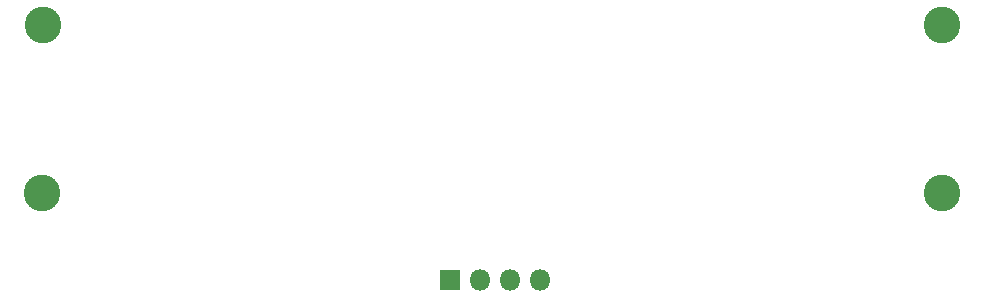
<source format=gbr>
%TF.GenerationSoftware,KiCad,Pcbnew,(5.1.6)-1*%
%TF.CreationDate,2020-11-25T02:53:10+01:00*%
%TF.ProjectId,MainBoard,4d61696e-426f-4617-9264-2e6b69636164,rev?*%
%TF.SameCoordinates,Original*%
%TF.FileFunction,Soldermask,Bot*%
%TF.FilePolarity,Negative*%
%FSLAX46Y46*%
G04 Gerber Fmt 4.6, Leading zero omitted, Abs format (unit mm)*
G04 Created by KiCad (PCBNEW (5.1.6)-1) date 2020-11-25 02:53:10*
%MOMM*%
%LPD*%
G01*
G04 APERTURE LIST*
%ADD10C,3.100000*%
%ADD11O,1.800000X1.800000*%
%ADD12R,1.800000X1.800000*%
G04 APERTURE END LIST*
D10*
%TO.C,REF\u002A\u002A*%
X172466397Y-100570725D03*
%TD*%
%TO.C,REF\u002A\u002A*%
X96223988Y-100583073D03*
%TD*%
%TO.C,REF\u002A\u002A*%
X172461358Y-86361907D03*
%TD*%
%TO.C,REF\u002A\u002A*%
X96291030Y-86366084D03*
%TD*%
D11*
%TO.C,J1*%
X138430000Y-107950000D03*
X135890000Y-107950000D03*
X133350000Y-107950000D03*
D12*
X130810000Y-107950000D03*
%TD*%
M02*

</source>
